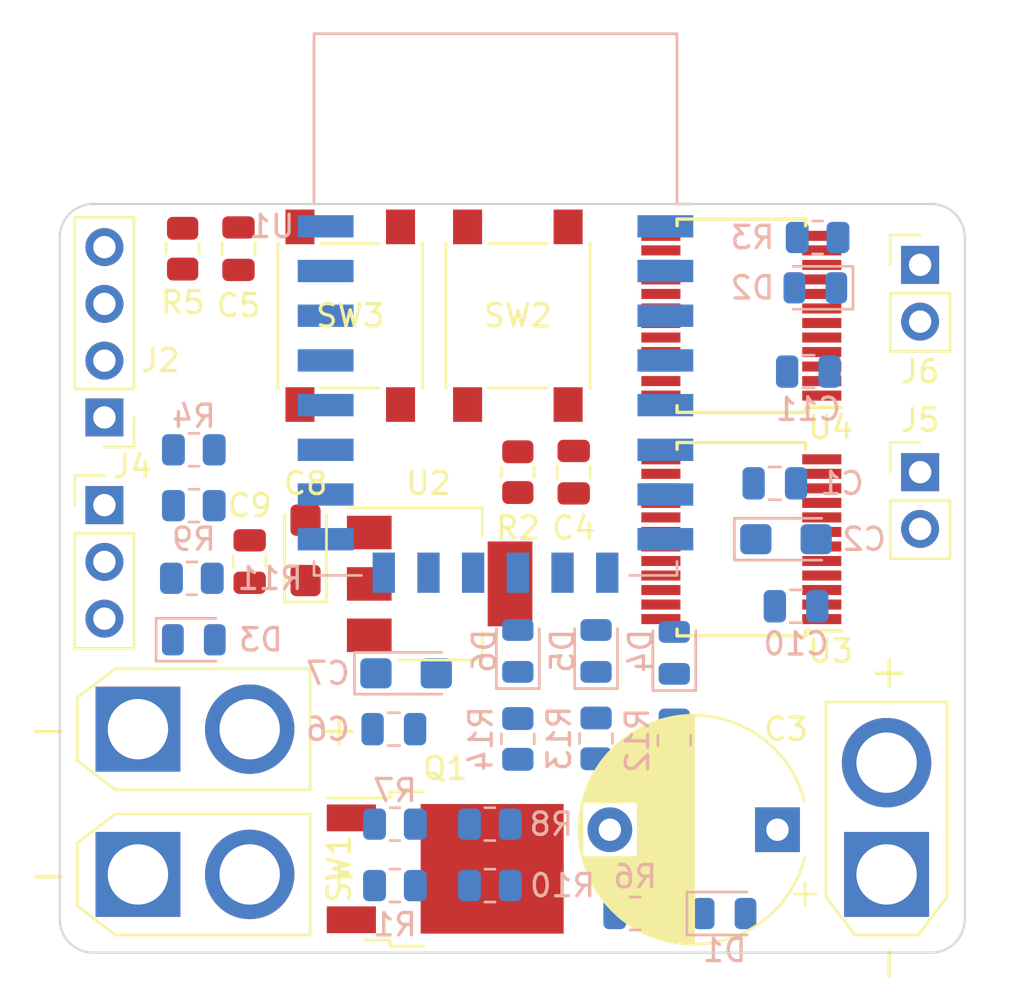
<source format=kicad_pcb>
(kicad_pcb (version 20211014) (generator pcbnew)
  (layers (0 "F.Cu" signal) (31 "B.Cu" signal) (34 "B.Paste" user) (35 "F.Paste" user) (36 "B.SilkS" user "B.Silkscreen") (37 "F.SilkS" user "F.Silkscreen") (38 "B.Mask" user) (39 "F.Mask" user) (44 "Edge.Cuts" user))
  (net 0 "")
  (net 1 "V_POWER")
  (net 2 "GND")
  (net 3 "+3V3")
  (net 4 "V_INPUT")
  (net 5 "Net-(D1-Pad1)")
  (net 6 "Net-(C4-Pad1)")
  (net 7 "Net-(D3-Pad1)")
  (net 8 "Net-(C5-Pad1)")
  (net 9 "Net-(D4-Pad1)")
  (net 10 "Net-(D4-Pad2)")
  (net 11 "Net-(D5-Pad1)")
  (net 12 "Net-(D5-Pad2)")
  (net 13 "Net-(J1-Pad1)")
  (net 14 "ESP_RX")
  (net 15 "ESP_TX")
  (net 16 "ESC_PWM")
  (net 17 "MOT_L_OUT1")
  (net 18 "MOT_L_OUT2")
  (net 19 "MOT_R_OUT1")
  (net 20 "MOT_R_OUT2")
  (net 21 "Net-(Q1-Pad1)")
  (net 22 "Net-(D6-Pad1)")
  (net 23 "Net-(R4-Pad2)")
  (net 24 "POWER_EN")
  (net 25 "BATT_SENSE")
  (net 26 "Net-(D6-Pad2)")
  (net 27 "MOT_L_PWM")
  (net 28 "MOT_L_IN1")
  (net 29 "MOT_L_IN2")
  (net 30 "MOT_R_PWM")
  (net 31 "MOT_R_IN1")
  (net 32 "MOT_R_IN2")
  (net 35 "Net-(R3-Pad2)")
  (net 36 "Net-(R9-Pad1)")
  (footprint "Capacitor_SMD:C_0805_2012Metric" (layer "F.Cu") (at 111 100.5 90)
    (fp_text reference "C9" (at 2.5 0 180) (layer "F.SilkS"))
    (fp_text value "100nF")
    (pad "1" smd roundrect (at -0.95 0 90) (size 1 1.45) (layers "F.Cu" "F.Paste" "F.Mask") (net 3 "+3V3"))
    (pad "2" smd roundrect (at 0.95 0 90) (size 1 1.45) (layers "F.Cu" "F.Paste" "F.Mask") (net 2 "GND"))
  )
  (footprint "Package_SO:SSOP-24_5.3x8.2mm_P0.65mm" (layer "F.Cu") (at 133 99.5 180)
    (fp_text reference "U3" (at -4 -5) (layer "F.SilkS"))
    (fp_text value "TB6612FNG")
    (pad "1" smd rect (at -3.6 -3.575 180) (size 1.75 0.45) (layers "F.Cu" "F.Paste" "F.Mask") (net 17 "MOT_L_OUT1"))
    (pad "2" smd rect (at -3.6 -2.925 180) (size 1.75 0.45) (layers "F.Cu" "F.Paste" "F.Mask") (net 17 "MOT_L_OUT1"))
    (pad "3" smd rect (at -3.6 -2.275 180) (size 1.75 0.45) (layers "F.Cu" "F.Paste" "F.Mask") (net 2 "GND"))
    (pad "4" smd rect (at -3.6 -1.625 180) (size 1.75 0.45) (layers "F.Cu" "F.Paste" "F.Mask") (net 2 "GND"))
    (pad "5" smd rect (at -3.6 -0.975 180) (size 1.75 0.45) (layers "F.Cu" "F.Paste" "F.Mask") (net 18 "MOT_L_OUT2"))
    (pad "6" smd rect (at -3.6 -0.325 180) (size 1.75 0.45) (layers "F.Cu" "F.Paste" "F.Mask") (net 18 "MOT_L_OUT2"))
    (pad "7" smd rect (at -3.6 0.325 180) (size 1.75 0.45) (layers "F.Cu" "F.Paste" "F.Mask") (net 18 "MOT_L_OUT2"))
    (pad "8" smd rect (at -3.6 0.975 180) (size 1.75 0.45) (layers "F.Cu" "F.Paste" "F.Mask") (net 18 "MOT_L_OUT2"))
    (pad "9" smd rect (at -3.6 1.625 180) (size 1.75 0.45) (layers "F.Cu" "F.Paste" "F.Mask") (net 2 "GND"))
    (pad "10" smd rect (at -3.6 2.275 180) (size 1.75 0.45) (layers "F.Cu" "F.Paste" "F.Mask") (net 2 "GND"))
    (pad "11" smd rect (at -3.6 2.925 180) (size 1.75 0.45) (layers "F.Cu" "F.Paste" "F.Mask") (net 17 "MOT_L_OUT1"))
    (pad "12" smd rect (at -3.6 3.575 180) (size 1.75 0.45) (layers "F.Cu" "F.Paste" "F.Mask") (net 17 "MOT_L_OUT1"))
    (pad "13" smd rect (at 3.6 3.575 180) (size 1.75 0.45) (layers "F.Cu" "F.Paste" "F.Mask") (net 1 "V_POWER"))
    (pad "14" smd rect (at 3.6 2.925 180) (size 1.75 0.45) (layers "F.Cu" "F.Paste" "F.Mask") (net 1 "V_POWER"))
    (pad "15" smd rect (at 3.6 2.275 180) (size 1.75 0.45) (layers "F.Cu" "F.Paste" "F.Mask") (net 27 "MOT_L_PWM"))
    (pad "16" smd rect (at 3.6 1.625 180) (size 1.75 0.45) (layers "F.Cu" "F.Paste" "F.Mask") (net 29 "MOT_L_IN2"))
    (pad "17" smd rect (at 3.6 0.975 180) (size 1.75 0.45) (layers "F.Cu" "F.Paste" "F.Mask") (net 28 "MOT_L_IN1"))
    (pad "18" smd rect (at 3.6 0.325 180) (size 1.75 0.45) (layers "F.Cu" "F.Paste" "F.Mask") (net 2 "GND"))
    (pad "19" smd rect (at 3.6 -0.325 180) (size 1.75 0.45) (layers "F.Cu" "F.Paste" "F.Mask") (net 3 "+3V3"))
    (pad "20" smd rect (at 3.6 -0.975 180) (size 1.75 0.45) (layers "F.Cu" "F.Paste" "F.Mask") (net 3 "+3V3"))
    (pad "21" smd rect (at 3.6 -1.625 180) (size 1.75 0.45) (layers "F.Cu" "F.Paste" "F.Mask") (net 28 "MOT_L_IN1"))
    (pad "22" smd rect (at 3.6 -2.275 180) (size 1.75 0.45) (layers "F.Cu" "F.Paste" "F.Mask") (net 29 "MOT_L_IN2"))
    (pad "23" smd rect (at 3.6 -2.925 180) (size 1.75 0.45) (layers "F.Cu" "F.Paste" "F.Mask") (net 27 "MOT_L_PWM"))
    (pad "24" smd rect (at 3.6 -3.575 180) (size 1.75 0.45) (layers "F.Cu" "F.Paste" "F.Mask") (net 1 "V_POWER"))
  )
  (footprint "Resistor_SMD:R_0805_2012Metric" (layer "F.Cu") (at 123 96.5 90)
    (fp_text reference "R2" (at -2.5 0 180) (layer "F.SilkS"))
    (fp_text value "10k")
    (pad "1" smd roundrect (at -0.9125 0 90) (size 1.025 1.4) (layers "F.Cu" "F.Paste" "F.Mask") (roundrect_rratio 0.243902) (net 3 "+3V3"))
    (pad "2" smd roundrect (at 0.9125 0 90) (size 1.025 1.4) (layers "F.Cu" "F.Paste" "F.Mask") (roundrect_rratio 0.243902) (net 6 "Net-(C4-Pad1)"))
  )
  (footprint "Connector_AMASS:AMASS_XT30U-F_1x02_P5.0mm_Vertical" (layer "F.Cu") (at 106 108)
    (fp_text reference "J1")
    (fp_text value "Conn_01x02")
    (fp_text user "-" (at -4 0) (layer "F.SilkS") (effects (font (size 1.5 1.5))))
    (fp_text user "+" (at 9 0) (layer "F.SilkS") (effects (font (size 1.5 1.5))))
    (pad "1" thru_hole rect (at 0 0) (size 3.8 3.8) (drill 2.7) (layers *.Cu *.Mask) (net 13 "Net-(J1-Pad1)"))
    (pad "2" thru_hole circle (at 5 0) (size 4 4) (drill 2.7) (layers *.Cu *.Mask) (net 2 "GND"))
  )
  (footprint "Capacitor_THT:CP_Radial_D10.0mm_P7.50mm" (layer "F.Cu") (at 134.617677 112.5 180)
    (fp_text reference "C3" (at -0.382323 4.5) (layer "F.SilkS"))
    (fp_text value "1200u")
    (pad "1" thru_hole rect (at 0 0 180) (size 2 2) (drill 1) (layers *.Cu *.Mask) (net 1 "V_POWER"))
    (pad "2" thru_hole circle (at 7.5 0 180) (size 2 2) (drill 1) (layers *.Cu *.Mask) (net 2 "GND"))
  )
  (footprint "Package_TO_SOT_SMD:SOT-223-3_TabPin2" (layer "F.Cu") (at 119.5 101.5)
    (fp_text reference "U2" (at -0.5 -4.5) (layer "F.SilkS"))
    (fp_text value "LM1117-3.3")
    (pad "1" smd rect (at -3.15 -2.3) (size 2 1.5) (layers "F.Cu" "F.Paste" "F.Mask") (net 2 "GND"))
    (pad "2" smd rect (at -3.15 0) (size 2 1.5) (layers "F.Cu" "F.Paste" "F.Mask") (net 3 "+3V3"))
    (pad "2" smd rect (at 3.15 0) (size 2 3.8) (layers "F.Cu" "F.Paste" "F.Mask") (net 3 "+3V3"))
    (pad "3" smd rect (at -3.15 2.3) (size 2 1.5) (layers "F.Cu" "F.Paste" "F.Mask") (net 4 "V_INPUT"))
  )
  (footprint "Capacitor_SMD:C_0805_2012Metric" (layer "F.Cu") (at 110.5 86.5 -90)
    (fp_text reference "C5" (at 2.55 0 180) (layer "F.SilkS"))
    (fp_text value "100nF")
    (pad "1" smd roundrect (at -0.95 0 270) (size 1 1.45) (layers "F.Cu" "F.Paste" "F.Mask") (net 8 "Net-(C5-Pad1)"))
    (pad "2" smd roundrect (at 0.95 0 270) (size 1 1.45) (layers "F.Cu" "F.Paste" "F.Mask") (net 2 "GND"))
  )
  (footprint "Connector_PinHeader_2.54mm:PinHeader_1x04_P2.54mm_Vertical" (layer "F.Cu") (at 104.5 94.05 180)
    (fp_text reference "J2" (at -2.5 2.55) (layer "F.SilkS"))
    (fp_text value "Conn_01x04")
    (pad "1" thru_hole rect (at 0 0 180) (size 1.7 1.7) (drill 1) (layers *.Cu *.Mask) (net 15 "ESP_TX"))
    (pad "2" thru_hole oval (at 0 2.54 180) (size 1.7 1.7) (drill 1) (layers *.Cu *.Mask) (net 14 "ESP_RX"))
    (pad "3" thru_hole oval (at 0 5.08 180) (size 1.7 1.7) (drill 1) (layers *.Cu *.Mask) (net 2 "GND"))
    (pad "4" thru_hole oval (at 0 7.62 180) (size 1.7 1.7) (drill 1) (layers *.Cu *.Mask) (net 3 "+3V3"))
  )
  (footprint "Capacitor_SMD:C_0805_2012Metric" (layer "F.Cu") (at 125.5 96.5 -90)
    (fp_text reference "C4" (at 2.5 0 180) (layer "F.SilkS"))
    (fp_text value "100nF")
    (pad "1" smd roundrect (at -0.95 0 270) (size 1 1.45) (layers "F.Cu" "F.Paste" "F.Mask") (net 6 "Net-(C4-Pad1)"))
    (pad "2" smd roundrect (at 0.95 0 270) (size 1 1.45) (layers "F.Cu" "F.Paste" "F.Mask") (net 2 "GND"))
  )
  (footprint "Connector_PinHeader_2.54mm:PinHeader_1x02_P2.54mm_Vertical" (layer "F.Cu") (at 141 96.5)
    (fp_text reference "J5" (at 0 -2.33) (layer "F.SilkS"))
    (fp_text value "Conn_01x02")
    (pad "1" thru_hole rect (at 0 0) (size 1.7 1.7) (drill 1) (layers *.Cu *.Mask) (net 17 "MOT_L_OUT1"))
    (pad "2" thru_hole oval (at 0 2.54) (size 1.7 1.7) (drill 1) (layers *.Cu *.Mask) (net 18 "MOT_L_OUT2"))
  )
  (footprint "Connector_PinHeader_2.54mm:PinHeader_1x03_P2.54mm_Vertical" (layer "F.Cu") (at 104.5 97.975)
    (fp_text reference "J4" (at 1.25 -1.725 180) (layer "F.SilkS"))
    (fp_text value "Conn_01x03")
    (pad "1" thru_hole rect (at 0 0) (size 1.7 1.7) (drill 1) (layers *.Cu *.Mask) (net 16 "ESC_PWM"))
    (pad "2" thru_hole oval (at 0 2.54) (size 1.7 1.7) (drill 1) (layers *.Cu *.Mask))
    (pad "3" thru_hole oval (at 0 5.08) (size 1.7 1.7) (drill 1) (layers *.Cu *.Mask) (net 2 "GND"))
  )
  (footprint "Capacitor_Tantalum_SMD:CP_EIA-3216-18_Kemet-A" (layer "F.Cu") (at 113.5 100 90)
    (fp_text reference "C8" (at 3 0 180) (layer "F.SilkS"))
    (fp_text value "4.7uF")
    (pad "1" smd roundrect (at -1.35 0 90) (size 1.4 1.35) (layers "F.Cu" "F.Paste" "F.Mask") (roundrect_rratio 0.185185) (net 3 "+3V3"))
    (pad "2" smd roundrect (at 1.35 0 90) (size 1.4 1.35) (layers "F.Cu" "F.Paste" "F.Mask") (roundrect_rratio 0.185185) (net 2 "GND"))
  )
  (footprint "Button_Switch_SMD:SW_Push_1P1T_NO_6x6mm_H9.5mm" (layer "F.Cu") (at 123 89.5 90)
    (fp_text reference "SW2" (at 0 0) (layer "F.SilkS"))
    (fp_text value "SW_Push")
    (pad "1" smd rect (at 3.975 -2.25 90) (size 1.55 1.3) (layers "F.Cu" "F.Paste" "F.Mask") (net 2 "GND"))
    (pad "1" smd rect (at -3.975 -2.25 90) (size 1.55 1.3) (layers "F.Cu" "F.Paste" "F.Mask") (net 2 "GND"))
    (pad "2" smd rect (at 3.975 2.25 90) (size 1.55 1.3) (layers "F.Cu" "F.Paste" "F.Mask") (net 6 "Net-(C4-Pad1)"))
    (pad "2" smd rect (at -3.975 2.25 90) (size 1.55 1.3) (layers "F.Cu" "F.Paste" "F.Mask") (net 6 "Net-(C4-Pad1)"))
  )
  (footprint "Button_Switch_SMD:SW_Push_1P1T_NO_6x6mm_H9.5mm" (layer "F.Cu") (at 115.5 89.5 90)
    (fp_text reference "SW3" (at 0 0 180) (layer "F.SilkS"))
    (fp_text value "SW_Push")
    (pad "1" smd rect (at -3.975 -2.25 90) (size 1.55 1.3) (layers "F.Cu" "F.Paste" "F.Mask") (net 8 "Net-(C5-Pad1)"))
    (pad "1" smd rect (at 3.975 -2.25 90) (size 1.55 1.3) (layers "F.Cu" "F.Paste" "F.Mask") (net 8 "Net-(C5-Pad1)"))
    (pad "2" smd rect (at -3.975 2.25 90) (size 1.55 1.3) (layers "F.Cu" "F.Paste" "F.Mask") (net 2 "GND"))
    (pad "2" smd rect (at 3.975 2.25 90) (size 1.55 1.3) (layers "F.Cu" "F.Paste" "F.Mask") (net 2 "GND"))
  )
  (footprint "Resistor_SMD:R_0805_2012Metric" (layer "F.Cu") (at 108 86.5 90)
    (fp_text reference "R5" (at -2.4125 0 180) (layer "F.SilkS"))
    (fp_text value "10k")
    (pad "1" smd roundrect (at -0.9125 0 90) (size 1.025 1.4) (layers "F.Cu" "F.Paste" "F.Mask") (roundrect_rratio 0.243902) (net 3 "+3V3"))
    (pad "2" smd roundrect (at 0.9125 0 90) (size 1.025 1.4) (layers "F.Cu" "F.Paste" "F.Mask") (roundrect_rratio 0.243902) (net 8 "Net-(C5-Pad1)"))
  )
  (footprint "Package_SO:SSOP-24_5.3x8.2mm_P0.65mm" (layer "F.Cu") (at 133 89.5 180)
    (fp_text reference "U4" (at -4 -5) (layer "F.SilkS"))
    (fp_text value "TB6612FNG")
    (pad "1" smd rect (at -3.6 -3.575 180) (size 1.75 0.45) (layers "F.Cu" "F.Paste" "F.Mask") (net 19 "MOT_R_OUT1"))
    (pad "2" smd rect (at -3.6 -2.925 180) (size 1.75 0.45) (layers "F.Cu" "F.Paste" "F.Mask") (net 19 "MOT_R_OUT1"))
    (pad "3" smd rect (at -3.6 -2.275 180) (size 1.75 0.45) (layers "F.Cu" "F.Paste" "F.Mask") (net 2 "GND"))
    (pad "4" smd rect (at -3.6 -1.625 180) (size 1.75 0.45) (layers "F.Cu" "F.Paste" "F.Mask") (net 2 "GND"))
    (pad "5" smd rect (at -3.6 -0.975 180) (size 1.75 0.45) (layers "F.Cu" "F.Paste" "F.Mask") (net 20 "MOT_R_OUT2"))
    (pad "6" smd rect (at -3.6 -0.325 180) (size 1.75 0.45) (layers "F.Cu" "F.Paste" "F.Mask") (net 20 "MOT_R_OUT2"))
    (pad "7" smd rect (at -3.6 0.325 180) (size 1.75 0.45) (layers "F.Cu" "F.Paste" "F.Mask") (net 20 "MOT_R_OUT2"))
    (pad "8" smd rect (at -3.6 0.975 180) (size 1.75 0.45) (layers "F.Cu" "F.Paste" "F.Mask") (net 20 "MOT_R_OUT2"))
    (pad "9" smd rect (at -3.6 1.625 180) (size 1.75 0.45) (layers "F.Cu" "F.Paste" "F.Mask") (net 2 "GND"))
    (pad "10" smd rect (at -3.6 2.275 180) (size 1.75 0.45) (layers "F.Cu" "F.Paste" "F.Mask") (net 2 "GND"))
    (pad "11" smd rect (at -3.6 2.925 180) (size 1.75 0.45) (layers "F.Cu" "F.Paste" "F.Mask") (net 19 "MOT_R_OUT1"))
    (pad "12" smd rect (at -3.6 3.575 180) (size 1.75 0.45) (layers "F.Cu" "F.Paste" "F.Mask") (net 19 "MOT_R_OUT1"))
    (pad "13" smd rect (at 3.6 3.575 180) (size 1.75 0.45) (layers "F.Cu" "F.Paste" "F.Mask") (net 1 "V_POWER"))
    (pad "14" smd rect (at 3.6 2.925 180) (size 1.75 0.45) (layers "F.Cu" "F.Paste" "F.Mask") (net 1 "V_POWER"))
    (pad "15" smd rect (at 3.6 2.275 180) (size 1.75 0.45) (layers "F.Cu" "F.Paste" "F.Mask") (net 30 "MOT_R_PWM"))
    (pad "16" smd rect (at 3.6 1.625 180) (size 1.75 0.45) (layers "F.Cu" "F.Paste" "F.Mask") (net 32 "MOT_R_IN2"))
    (pad "17" smd rect (at 3.6 0.975 180) (size 1.75 0.45) (layers "F.Cu" "F.Paste" "F.Mask") (net 31 "MOT_R_IN1"))
    (pad "18" smd rect (at 3.6 0.325 180) (size 1.75 0.45) (layers "F.Cu" "F.Paste" "F.Mask") (net 2 "GND"))
    (pad "19" smd rect (at 3.6 -0.325 180) (size 1.75 0.45) (layers "F.Cu" "F.Paste" "F.Mask") (net 3 "+3V3"))
    (pad "20" smd rect (at 3.6 -0.975 180) (size 1.75 0.45) (layers "F.Cu" "F.Paste" "F.Mask") (net 3 "+3V3"))
    (pad "21" smd rect (at 3.6 -1.625 180) (size 1.75 0.45) (layers "F.Cu" "F.Paste" "F.Mask") (net 31 "MOT_R_IN1"))
    (pad "22" smd rect (at 3.6 -2.275 180) (size 1.75 0.45) (layers "F.Cu" "F.Paste" "F.Mask") (net 32 "MOT_R_IN2"))
    (pad "23" smd rect (at 3.6 -2.925 180) (size 1.75 0.45) (layers "F.Cu" "F.Paste" "F.Mask") (net 30 "MOT_R_PWM"))
    (pad "24" smd rect (at 3.6 -3.575 180) (size 1.75 0.45) (layers "F.Cu" "F.Paste" "F.Mask") (net 1 "V_POWER"))
  )
  (footprint "Connector_AMASS:AMASS_XT30U-F_1x02_P5.0mm_Vertical" (layer "F.Cu") (at 139.5 114.5 90)
    (fp_text reference "J3")
    (fp_text value "Conn_01x02")
    (fp_text user "+" (at 9 0 90) (layer "F.SilkS") (effects (font (size 1.5 1.5))))
    (fp_text user "-" (at -4 0 90) (layer "F.SilkS") (effects (font (size 1.5 1.5))))
    (pad "1" thru_hole rect (at 0 0 90) (size 3.8 3.8) (drill 2.7) (layers *.Cu *.Mask) (net 1 "V_POWER"))
    (pad "2" thru_hole circle (at 5 0 90) (size 4 4) (drill 2.7) (layers *.Cu *.Mask) (net 2 "GND"))
  )
  (footprint "Package_TO_SOT_SMD:TO-252-2" (layer "F.Cu") (at 119.75 114.25)
    (fp_text reference "Q1" (at 0 -4.5) (layer "F.SilkS"))
    (fp_text value "QM6015D")
    (pad "1" smd rect (at -4.2 -2.28) (size 2.2 1.2) (layers "F.Cu" "F.Paste" "F.Mask") (net 21 "Net-(Q1-Pad1)"))
    (pad "2" smd rect (at 2.1 0) (size 6.4 5.8) (layers "F.Cu" "F.Mask") (net 1 "V_POWER"))
    (pad "3" smd rect (at -4.2 2.28) (size 2.2 1.2) (layers "F.Cu" "F.Paste" "F.Mask") (net 4 "V_INPUT"))
  )
  (footprint "Connector_PinHeader_2.54mm:PinHeader_1x02_P2.54mm_Vertical" (layer "F.Cu") (at 141 87.225)
    (fp_text reference "J6" (at 0 4.775) (layer "F.SilkS"))
    (fp_text value "Conn_01x02")
    (pad "1" thru_hole rect (at 0 0) (size 1.7 1.7) (drill 1) (layers *.Cu *.Mask) (net 19 "MOT_R_OUT1"))
    (pad "2" thru_hole oval (at 0 2.54) (size 1.7 1.7) (drill 1) (layers *.Cu *.Mask) (net 20 "MOT_R_OUT2"))
  )
  (footprint "Connector_AMASS:AMASS_XT30U-F_1x02_P5.0mm_Vertical" (layer "F.Cu") (at 106 114.5)
    (fp_text reference "SW1" (at 9 -0.25 270) (layer "F.SilkS"))
    (fp_text value "SW_SPST")
    (fp_text user "-" (at -4 0) (layer "F.SilkS") (effects (font (size 1.5 1.5))))
    (fp_text user "+" (at 9 0) (layer "F.SilkS") (effects (font (size 1.5 1.5))))
    (pad "1" thru_hole rect (at 0 0) (size 3.8 3.8) (drill 2.7) (layers *.Cu *.Mask) (net 13 "Net-(J1-Pad1)"))
    (pad "2" thru_hole circle (at 5 0) (size 4 4) (drill 2.7) (layers *.Cu *.Mask) (net 4 "V_INPUT"))
  )
  (footprint "Resistor_SMD:R_0805_2012Metric" (layer "B.Cu") (at 123 108.4375 -90)
    (fp_text reference "R14" (at 0 1.65 90) (layer "B.SilkS") (effects (justify mirror)))
    (fp_text value "220")
    (pad "1" smd roundrect (at -0.9125 0 270) (size 1.025 1.4) (layers "B.Cu" "B.Paste" "B.Mask") (roundrect_rratio 0.243902) (net 22 "Net-(D6-Pad1)"))
    (pad "2" smd roundrect (at 0.9125 0 270) (size 1.025 1.4) (layers "B.Cu" "B.Paste" "B.Mask") (roundrect_rratio 0.243902) (net 2 "GND"))
  )
  (footprint "Capacitor_SMD:C_0805_2012Metric" (layer "B.Cu") (at 117.45 108)
    (fp_text reference "C6" (at -2.95 0) (layer "B.SilkS") (effects (justify mirror)))
    (fp_text value "100nF")
    (pad "1" smd roundrect (at -0.95 0) (size 1 1.45) (layers "B.Cu" "B.Paste" "B.Mask") (net 4 "V_INPUT"))
    (pad "2" smd roundrect (at 0.95 0) (size 1 1.45) (layers "B.Cu" "B.Paste" "B.Mask") (net 2 "GND"))
  )
  (footprint "Capacitor_SMD:C_0805_2012Metric" (layer "B.Cu") (at 135.45 102.5)
    (fp_text reference "C10" (at 0 1.68) (layer "B.SilkS") (effects (justify mirror)))
    (fp_text value "100nF")
    (pad "1" smd roundrect (at -0.95 0) (size 1 1.45) (layers "B.Cu" "B.Paste" "B.Mask") (net 1 "V_POWER"))
    (pad "2" smd roundrect (at 0.95 0) (size 1 1.45) (layers "B.Cu" "B.Paste" "B.Mask") (net 2 "GND"))
  )
  (footprint "LED_SMD:LED_0805_2012Metric" (layer "B.Cu") (at 108.5 104)
    (fp_text reference "D3" (at 3 0) (layer "B.SilkS") (effects (justify mirror)))
    (fp_text value "RED")
    (pad "1" smd roundrect (at -0.9375 0) (size 0.975 1.4) (layers "B.Cu" "B.Paste" "B.Mask") (net 7 "Net-(D3-Pad1)"))
    (pad "2" smd roundrect (at 0.9375 0) (size 0.975 1.4) (layers "B.Cu" "B.Paste" "B.Mask") (net 3 "+3V3"))
  )
  (footprint "Diode_SMD:D_0805_2012Metric" (layer "B.Cu") (at 136.3125 88.25 180)
    (fp_text reference "D2" (at 2.8125 0) (layer "B.SilkS") (effects (justify mirror)))
    (fp_text value "D")
    (pad "1" smd roundrect (at -0.9375 0 180) (size 0.975 1.4) (layers "B.Cu" "B.Paste" "B.Mask") (net 3 "+3V3"))
    (pad "2" smd roundrect (at 0.9375 0 180) (size 0.975 1.4) (layers "B.Cu" "B.Paste" "B.Mask") (net 25 "BATT_SENSE"))
  )
  (footprint "Resistor_SMD:R_0805_2012Metric" (layer "B.Cu") (at 108.5 95.5)
    (fp_text reference "R4" (at 0 -1.5 180) (layer "B.SilkS") (effects (justify mirror)))
    (fp_text value "10k")
    (pad "1" smd roundrect (at -0.9125 0) (size 1.025 1.4) (layers "B.Cu" "B.Paste" "B.Mask") (roundrect_rratio 0.243902) (net 3 "+3V3"))
    (pad "2" smd roundrect (at 0.9125 0) (size 1.025 1.4) (layers "B.Cu" "B.Paste" "B.Mask") (roundrect_rratio 0.243902) (net 23 "Net-(R4-Pad2)"))
  )
  (footprint "Capacitor_SMD:C_0805_2012Metric" (layer "B.Cu") (at 136 92)
    (fp_text reference "C11" (at 0 1.68) (layer "B.SilkS") (effects (justify mirror)))
    (fp_text value "100nF")
    (pad "1" smd roundrect (at -0.95 0) (size 1 1.45) (layers "B.Cu" "B.Paste" "B.Mask") (net 1 "V_POWER"))
    (pad "2" smd roundrect (at 0.95 0) (size 1 1.45) (layers "B.Cu" "B.Paste" "B.Mask") (net 2 "GND"))
  )
  (footprint "LED_SMD:LED_0805_2012Metric" (layer "B.Cu") (at 132.25 116.25)
    (fp_text reference "D1" (at 0 1.65) (layer "B.SilkS") (effects (justify mirror)))
    (fp_text value "RED")
    (pad "1" smd roundrect (at -0.9375 0) (size 0.975 1.4) (layers "B.Cu" "B.Paste" "B.Mask") (net 5 "Net-(D1-Pad1)"))
    (pad "2" smd roundrect (at 0.9375 0) (size 0.975 1.4) (layers "B.Cu" "B.Paste" "B.Mask") (net 1 "V_POWER"))
  )
  (footprint "Capacitor_Tantalum_SMD:CP_EIA-3216-18_Kemet-A" (layer "B.Cu") (at 135 99.5)
    (fp_text reference "C2" (at 3.5 0) (layer "B.SilkS") (effects (justify mirror)))
    (fp_text value "4.7uF")
    (pad "1" smd roundrect (at -1.35 0) (size 1.4 1.35) (layers "B.Cu" "B.Paste" "B.Mask") (roundrect_rratio 0.185185) (net 3 "+3V3"))
    (pad "2" smd roundrect (at 1.35 0) (size 1.4 1.35) (layers "B.Cu" "B.Paste" "B.Mask") (roundrect_rratio 0.185185) (net 2 "GND"))
  )
  (footprint "LED_SMD:LED_0805_2012Metric" (layer "B.Cu") (at 126.5 104.5 90)
    (fp_text reference "D5" (at 0 -1.5 90) (layer "B.SilkS") (effects (justify mirror)))
    (fp_text value "Y")
    (pad "1" smd roundrect (at -0.9375 0 90) (size 0.975 1.4) (layers "B.Cu" "B.Paste" "B.Mask") (net 11 "Net-(D5-Pad1)"))
    (pad "2" smd roundrect (at 0.9375 0 90) (size 0.975 1.4) (layers "B.Cu" "B.Paste" "B.Mask") (net 12 "Net-(D5-Pad2)"))
  )
  (footprint "Resistor_SMD:R_0805_2012Metric" (layer "B.Cu") (at 128.25 116.25 180)
    (fp_text reference "R6" (at 0 1.65) (layer "B.SilkS") (effects (justify mirror)))
    (fp_text value "1k5")
    (pad "1" smd roundrect (at -0.9125 0 180) (size 1.025 1.4) (layers "B.Cu" "B.Paste" "B.Mask") (roundrect_rratio 0.243902) (net 5 "Net-(D1-Pad1)"))
    (pad "2" smd roundrect (at 0.9125 0 180) (size 1.025 1.4) (layers "B.Cu" "B.Paste" "B.Mask") (roundrect_rratio 0.243902) (net 2 "GND"))
  )
  (footprint "Resistor_SMD:R_0805_2012Metric" (layer "B.Cu") (at 136.4125 86 180)
    (fp_text reference "R3" (at 2.9125 0) (layer "B.SilkS") (effects (justify mirror)))
    (fp_text value "10k")
    (pad "1" smd roundrect (at -0.9125 0 180) (size 1.025 1.4) (layers "B.Cu" "B.Paste" "B.Mask") (roundrect_rratio 0.243902) (net 3 "+3V3"))
    (pad "2" smd roundrect (at 0.9125 0 180) (size 1.025 1.4) (layers "B.Cu" "B.Paste" "B.Mask") (roundrect_rratio 0.243902) (net 35 "Net-(R3-Pad2)"))
  )
  (footprint "Resistor_SMD:R_0805_2012Metric" (layer "B.Cu") (at 121.75 112.25)
    (fp_text reference "R8" (at 2.75 0) (layer "B.SilkS") (effects (justify mirror)))
    (fp_text value "10k")
    (pad "1" smd roundrect (at -0.9125 0) (size 1.025 1.4) (layers "B.Cu" "B.Paste" "B.Mask") (roundrect_rratio 0.243902) (net 4 "V_INPUT"))
    (pad "2" smd roundrect (at 0.9125 0) (size 1.025 1.4) (layers "B.Cu" "B.Paste" "B.Mask") (roundrect_rratio 0.243902) (net 25 "BATT_SENSE"))
  )
  (footprint "Resistor_SMD:R_0805_2012Metric" (layer "B.Cu") (at 117.5 115)
    (fp_text reference "R1" (at 0 1.75 180) (layer "B.SilkS") (effects (justify mirror)))
    (fp_text value "10k")
    (pad "1" smd roundrect (at -0.9125 0) (size 1.025 1.4) (layers "B.Cu" "B.Paste" "B.Mask") (roundrect_rratio 0.243902) (net 4 "V_INPUT"))
    (pad "2" smd roundrect (at 0.9125 0) (size 1.025 1.4) (layers "B.Cu" "B.Paste" "B.Mask") (roundrect_rratio 0.243902) (net 21 "Net-(Q1-Pad1)"))
  )
  (footprint "Capacitor_SMD:C_0805_2012Metric" (layer "B.Cu") (at 134.5 97)
    (fp_text reference "C1" (at 3 0) (layer "B.SilkS") (effects (justify mirror)))
    (fp_text value "100nF")
    (pad "1" smd roundrect (at -0.95 0) (size 1 1.45) (layers "B.Cu" "B.Paste" "B.Mask") (net 3 "+3V3"))
    (pad "2" smd roundrect (at 0.95 0) (size 1 1.45) (layers "B.Cu" "B.Paste" "B.Mask") (net 2 "GND"))
  )
  (footprint "Resistor_SMD:R_0805_2012Metric" (layer "B.Cu") (at 108.4125 101.25)
    (fp_text reference "R11" (at 3.5 0) (layer "B.SilkS") (effects (justify mirror)))
    (fp_text value "220")
    (pad "1" smd roundrect (at -0.9125 0) (size 1.025 1.4) (layers "B.Cu" "B.Paste" "B.Mask") (roundrect_rratio 0.243902) (net 7 "Net-(D3-Pad1)"))
    (pad "2" smd roundrect (at 0.9125 0) (size 1.025 1.4) (layers "B.Cu" "B.Paste" "B.Mask") (roundrect_rratio 0.243902) (net 2 "GND"))
  )
  (footprint "Resistor_SMD:R_0805_2012Metric" (layer "B.Cu") (at 108.5 98 180)
    (fp_text reference "R9" (at 0 -1.5) (layer "B.SilkS") (effects (justify mirror)))
    (fp_text value "10k")
    (pad "1" smd roundrect (at -0.9125 0 180) (size 1.025 1.4) (layers "B.Cu" "B.Paste" "B.Mask") (roundrect_rratio 0.243902) (net 36 "Net-(R9-Pad1)"))
    (pad "2" smd roundrect (at 0.9125 0 180) (size 1.025 1.4) (layers "B.Cu" "B.Paste" "B.Mask") (roundrect_rratio 0.243902) (net 2 "GND"))
  )
  (footprint "LED_SMD:LED_0805_2012Metric" (layer "B.Cu") (at 130 104.5875 90)
    (fp_text reference "D4" (at 0.0875 -1.5 90) (layer "B.SilkS") (effects (justify mirror)))
    (fp_text value "B")
    (pad "1" smd roundrect (at -0.9375 0 90) (size 0.975 1.4) (layers "B.Cu" "B.Paste" "B.Mask") (net 9 "Net-(D4-Pad1)"))
    (pad "2" smd roundrect (at 0.9375 0 90) (size 0.975 1.4) (layers "B.Cu" "B.Paste" "B.Mask") (net 10 "Net-(D4-Pad2)"))
  )
  (footprint "Capacitor_Tantalum_SMD:CP_EIA-3216-18_Kemet-A" (layer "B.Cu") (at 118 105.5)
    (fp_text reference "C7" (at -3.5 0) (layer "B.SilkS") (effects (justify mirror)))
    (fp_text value "4.7uF")
    (pad "1" smd roundrect (at -1.35 0) (size 1.4 1.35) (layers "B.Cu" "B.Paste" "B.Mask") (roundrect_rratio 0.185185) (net 4 "V_INPUT"))
    (pad "2" smd roundrect (at 1.35 0) (size 1.4 1.35) (layers "B.Cu" "B.Paste" "B.Mask") (roundrect_rratio 0.185185) (net 2 "GND"))
  )
  (footprint "Resistor_SMD:R_0805_2012Metric" (layer "B.Cu") (at 117.5 112.25)
    (fp_text reference "R7" (at 0 -1.5) (layer "B.SilkS") (effects (justify mirror)))
    (fp_text value "1k")
    (pad "1" smd roundrect (at -0.9125 0) (size 1.025 1.4) (layers "B.Cu" "B.Paste" "B.Mask") (roundrect_rratio 0.243902) (net 21 "Net-(Q1-Pad1)"))
    (pad "2" smd roundrect (at 0.9125 0) (size 1.025 1.4) (layers "B.Cu" "B.Paste" "B.Mask") (roundrect_rratio 0.243902) (net 24 "POWER_EN"))
  )
  (footprint "LED_SMD:LED_0805_2012Metric" (layer "B.Cu") (at 123 104.5 90)
    (fp_text reference "D6" (at 0 -1.5 90) (layer "B.SilkS") (effects (justify mirror)))
    (fp_text value "G")
    (pad "1" smd roundrect (at -0.9375 0 90) (size 0.975 1.4) (layers "B.Cu" "B.Paste" "B.Mask") (net 22 "Net-(D6-Pad1)"))
    (pad "2" smd roundrect (at 0.9375 0 90) (size 0.975 1.4) (layers "B.Cu" "B.Paste" "B.Mask") (net 26 "Net-(D6-Pad2)"))
  )
  (footprint "Resistor_SMD:R_0805_2012Metric" (layer "B.Cu") (at 130 108.5 -90)
    (fp_text reference "R12" (at 0 1.65 90) (layer "B.SilkS") (effects (justify mirror)))
    (fp_text value "220")
    (pad "1" smd roundrect (at -0.9125 0 270) (size 1.025 1.4) (layers "B.Cu" "B.Paste" "B.Mask") (roundrect_rratio 0.243902) (net 9 "Net-(D4-Pad1)"))
    (pad "2" smd roundrect (at 0.9125 0 270) (size 1.025 1.4) (layers "B.Cu" "B.Paste" "B.Mask") (roundrect_rratio 0.243902) (net 2 "GND"))
  )
  (footprint "Resistor_SMD:R_0805_2012Metric" (layer "B.Cu") (at 126.5 108.4125 -90)
    (fp_text reference "R13" (at 0 1.65 90) (layer "B.SilkS") (effects (justify mirror)))
    (fp_text value "220")
    (pad "1" smd roundrect (at -0.9125 0 270) (size 1.025 1.4) (layers "B.Cu" "B.Paste" "B.Mask") (roundrect_rratio 0.243902) (net 11 "Net-(D5-Pad1)"))
    (pad "2" smd roundrect (at 0.9125 0 270) (size 1.025 1.4) (layers "B.Cu" "B.Paste" "B.Mask") (roundrect_rratio 0.243902) (net 2 "GND"))
  )
  (footprint "RF_Module:ESP-12E" (layer "B.Cu") (at 122 89 180)
    (fp_text reference "U1" (at 10 3.5) (layer "B.SilkS") (effects (justify mirror)))
    (fp_text value "ESP-12E")
    (pad "1" smd rect (at -7.6 3.5 180) (size 2.5 1) (layers "B.Cu" "B.Paste" "B.Mask") (net 6 "Net-(C4-Pad1)"))
    (pad "2" smd rect (at -7.6 1.5 180) (size 2.5 1) (layers "B.Cu" "B.Paste" "B.Mask") (net 25 "BATT_SENSE"))
    (pad "3" smd rect (at -7.6 -0.5 180) (size 2.5 1) (layers "B.Cu" "B.Paste" "B.Mask") (net 35 "Net-(R3-Pad2)"))
    (pad "4" smd rect (at -7.6 -2.5 180) (size 2.5 1) (layers "B.Cu" "B.Paste" "B.Mask") (net 28 "MOT_L_IN1"))
    (pad "5" smd rect (at -7.6 -4.5 180) (size 2.5 1) (layers "B.Cu" "B.Paste" "B.Mask") (net 27 "MOT_L_PWM"))
    (pad "6" smd rect (at -7.6 -6.5 180) (size 2.5 1) (layers "B.Cu" "B.Paste" "B.Mask") (net 30 "MOT_R_PWM"))
    (pad "7" smd rect (at -7.6 -8.5 180) (size 2.5 1) (layers "B.Cu" "B.Paste" "B.Mask") (net 29 "MOT_L_IN2"))
    (pad "8" smd rect (at -7.6 -10.5 180) (size 2.5 1) (layers "B.Cu" "B.Paste" "B.Mask") (net 3 "+3V3"))
    (pad "9" smd rect (at -5 -12 180) (size 1 1.8) (layers "B.Cu" "B.Paste" "B.Mask") (net 10 "Net-(D4-Pad2)"))
    (pad "10" smd rect (at -3 -12 180) (size 1 1.8) (layers "B.Cu" "B.Paste" "B.Mask") (net 12 "Net-(D5-Pad2)"))
    (pad "11" smd rect (at -1 -12 180) (size 1 1.8) (layers "B.Cu" "B.Paste" "B.Mask") (net 26 "Net-(D6-Pad2)"))
    (pad "12" smd rect (at 1 -12 180) (size 1 1.8) (layers "B.Cu" "B.Paste" "B.Mask") (net 24 "POWER_EN"))
    (pad "13" smd rect (at 3 -12 180) (size 1 1.8) (layers "B.Cu" "B.Paste" "B.Mask") (net 31 "MOT_R_IN1"))
    (pad "14" smd rect (at 5 -12 180) (size 1 1.8) (layers "B.Cu" "B.Paste" "B.Mask") (net 32 "MOT_R_IN2"))
    (pad "15" smd rect (at 7.6 -10.5 180) (size 2.5 1) (layers "B.Cu" "B.Paste" "B.Mask") (net 2 "GND"))
    (pad "16" smd rect (at 7.6 -8.5 180) (size 2.5 1) (layers "B.Cu" "B.Paste" "B.Mask") (net 36 "Net-(R9-Pad1)"))
    (pad "17" smd rect (at 7.6 -6.5 180) (size 2.5 1) (layers "B.Cu" "B.Paste" "B.Mask") (net 23 "Net-(R4-Pad2)"))
    (pad "18" smd rect (at 7.6 -4.5 180) (size 2.5 1) (layers "B.Cu" "B.Paste" "B.Mask") (net 8 "Net-(C5-Pad1)"))
    (pad "19" smd rect (at 7.6 -2.5 180) (size 2.5 1) (layers "B.Cu" "B.Paste" "B.Mask") (net 16 "ESC_PWM"))
    (pad "20" smd rect (at 7.6 -0.5 180) (size 2.5 1) (layers "B.Cu" "B.Paste" "B.Mask"))
    (pad "21" smd rect (at 7.6 1.5 180) (size 2.5 1) (layers "B.Cu" "B.Paste" "B.Mask") (net 14 "ESP_RX"))
    (pad "22" smd rect (at 7.6 3.5 180) (size 2.5 1) (layers "B.Cu" "B.Paste" "B.Mask") (net 15 "ESP_TX"))
  )
  (footprint "Resistor_SMD:R_0805_2012Metric" (layer "B.Cu") (at 121.75 115 180)
    (fp_text reference "R10" (at -3.25 0) (layer "B.SilkS") (effects (justify mirror)))
    (fp_text value "6k")
    (pad "1" smd roundrect (at -0.9125 0 180) (size 1.025 1.4) (layers "B.Cu" "B.Paste" "B.Mask") (roundrect_rratio 0.243902) (net 25 "BATT_SENSE"))
    (pad "2" smd roundrect (at 0.9125 0 180) (size 1.025 1.4) (layers "B.Cu" "B.Paste" "B.Mask") (roundrect_rratio 0.243902) (net 2 "GND"))
  )
  (gr_line (start 102.5 116.5) (end 102.5 86) (layer "Edge.Cuts") (width 0.1))
  (gr_line (start 143 86) (end 143 116.5) (layer "Edge.Cuts") (width 0.1))
  (gr_line (start 141.5 118) (end 104 118) (layer "Edge.Cuts") (width 0.1))
  (gr_line (start 104 84.5) (end 141.5 84.5) (layer "Edge.Cuts") (width 0.1))
  (gr_arc (start 141.5 84.5) (mid 142.56066 84.93934) (end 143 86) (layer "Edge.Cuts") (width 0.1))
  (gr_arc (start 143 116.5) (mid 142.56066 117.56066) (end 141.5 118) (layer "Edge.Cuts") (width 0.1))
  (gr_arc (start 102.5 86) (mid 102.93934 84.93934) (end 104 84.5) (layer "Edge.Cuts") (width 0.1))
  (gr_arc (start 104 118) (mid 102.93934 117.56066) (end 102.5 116.5) (layer "Edge.Cuts") (width 0.1))
)
</source>
